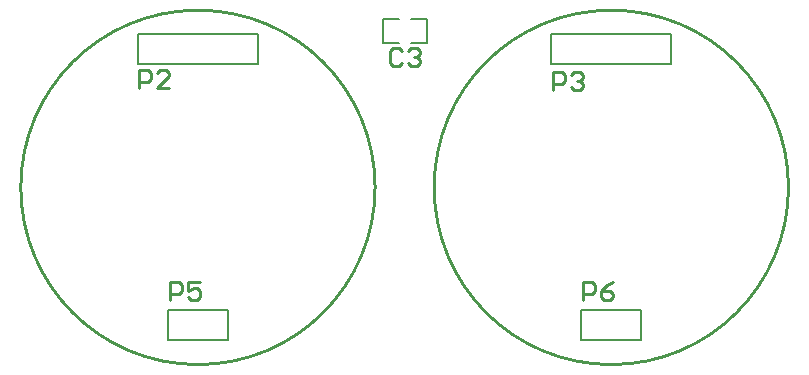
<source format=gto>
G04*
G04 #@! TF.GenerationSoftware,Altium Limited,Altium Designer,22.0.2 (36)*
G04*
G04 Layer_Color=65535*
%FSLAX25Y25*%
%MOIN*%
G70*
G04*
G04 #@! TF.SameCoordinates,1A689208-BD95-45DA-ABC7-FB7124052531*
G04*
G04*
G04 #@! TF.FilePolarity,Positive*
G04*
G01*
G75*
%ADD10C,0.01000*%
%ADD11C,0.00787*%
D10*
X-9843Y0D02*
G03*
X-9843Y0I-59055J0D01*
G01*
X127953D02*
G03*
X127953Y0I-59055J0D01*
G01*
X-1000Y45499D02*
X-1999Y46499D01*
X-3999D01*
X-4998Y45499D01*
Y41501D01*
X-3999Y40501D01*
X-1999D01*
X-1000Y41501D01*
X1000Y45499D02*
X1999Y46499D01*
X3999D01*
X4998Y45499D01*
Y44500D01*
X3999Y43500D01*
X2999D01*
X3999D01*
X4998Y42500D01*
Y41501D01*
X3999Y40501D01*
X1999D01*
X1000Y41501D01*
X49502Y32501D02*
Y38499D01*
X52501D01*
X53500Y37499D01*
Y35500D01*
X52501Y34500D01*
X49502D01*
X55500Y37499D02*
X56499Y38499D01*
X58499D01*
X59498Y37499D01*
Y36500D01*
X58499Y35500D01*
X57499D01*
X58499D01*
X59498Y34500D01*
Y33501D01*
X58499Y32501D01*
X56499D01*
X55500Y33501D01*
X-88498Y33001D02*
Y38999D01*
X-85499D01*
X-84500Y37999D01*
Y36000D01*
X-85499Y35000D01*
X-88498D01*
X-78502Y33001D02*
X-82500D01*
X-78502Y37000D01*
Y37999D01*
X-79501Y38999D01*
X-81501D01*
X-82500Y37999D01*
X59466Y-37566D02*
Y-31568D01*
X62465D01*
X63464Y-32568D01*
Y-34567D01*
X62465Y-35567D01*
X59466D01*
X69463Y-31568D02*
X67463Y-32568D01*
X65464Y-34567D01*
Y-36566D01*
X66464Y-37566D01*
X68463D01*
X69463Y-36566D01*
Y-35567D01*
X68463Y-34567D01*
X65464D01*
X-78334Y-37566D02*
Y-31568D01*
X-75335D01*
X-74336Y-32568D01*
Y-34567D01*
X-75335Y-35567D01*
X-78334D01*
X-68338Y-31568D02*
X-72336D01*
Y-34567D01*
X-70337Y-33567D01*
X-69337D01*
X-68338Y-34567D01*
Y-36566D01*
X-69337Y-37566D01*
X-71337D01*
X-72336Y-36566D01*
D11*
X1969Y48000D02*
X7400D01*
X1969Y56000D02*
X7400D01*
Y48063D02*
Y55937D01*
X-7350Y48063D02*
Y55937D01*
X-7300Y48000D02*
X-1969D01*
X-7300Y56000D02*
X-1969D01*
X48898Y41000D02*
Y51000D01*
X88898Y51000D01*
X48898Y41000D02*
X88898Y41000D01*
Y51000D01*
X-88898Y41000D02*
Y51000D01*
X-48898Y51000D01*
X-88898Y41000D02*
X-48898Y41000D01*
Y51000D01*
X78898Y-51000D02*
Y-41000D01*
X58898Y-51000D02*
X78898D01*
X58898D02*
Y-41000D01*
X78898D01*
X-58898Y-51000D02*
Y-41000D01*
X-78898Y-51000D02*
X-58898D01*
X-78898D02*
Y-41000D01*
X-58898D01*
M02*

</source>
